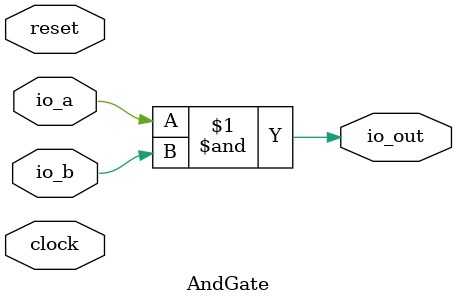
<source format=sv>
module AndGate(
  input  clock,
         reset,
         io_a,
         io_b,
  output io_out
);

  assign io_out = io_a & io_b;
endmodule


</source>
